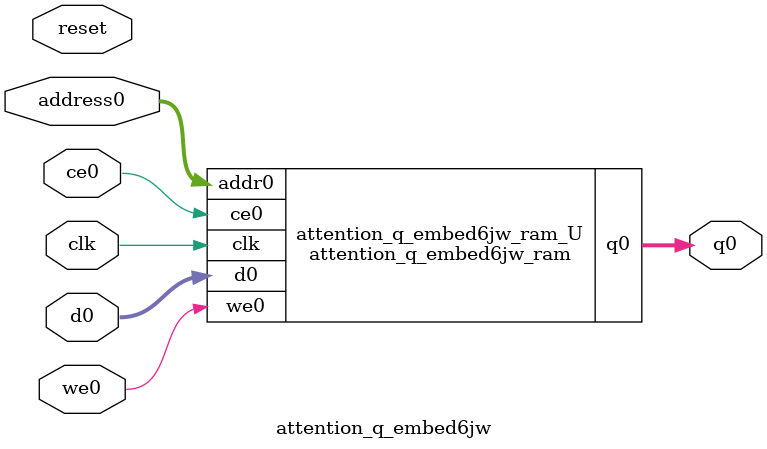
<source format=v>
`timescale 1 ns / 1 ps
module attention_q_embed6jw_ram (addr0, ce0, d0, we0, q0,  clk);

parameter DWIDTH = 40;
parameter AWIDTH = 5;
parameter MEM_SIZE = 24;

input[AWIDTH-1:0] addr0;
input ce0;
input[DWIDTH-1:0] d0;
input we0;
output reg[DWIDTH-1:0] q0;
input clk;

(* ram_style = "distributed" *)reg [DWIDTH-1:0] ram[0:MEM_SIZE-1];




always @(posedge clk)  
begin 
    if (ce0) begin
        if (we0) 
            ram[addr0] <= d0; 
        q0 <= ram[addr0];
    end
end


endmodule

`timescale 1 ns / 1 ps
module attention_q_embed6jw(
    reset,
    clk,
    address0,
    ce0,
    we0,
    d0,
    q0);

parameter DataWidth = 32'd40;
parameter AddressRange = 32'd24;
parameter AddressWidth = 32'd5;
input reset;
input clk;
input[AddressWidth - 1:0] address0;
input ce0;
input we0;
input[DataWidth - 1:0] d0;
output[DataWidth - 1:0] q0;



attention_q_embed6jw_ram attention_q_embed6jw_ram_U(
    .clk( clk ),
    .addr0( address0 ),
    .ce0( ce0 ),
    .we0( we0 ),
    .d0( d0 ),
    .q0( q0 ));

endmodule


</source>
